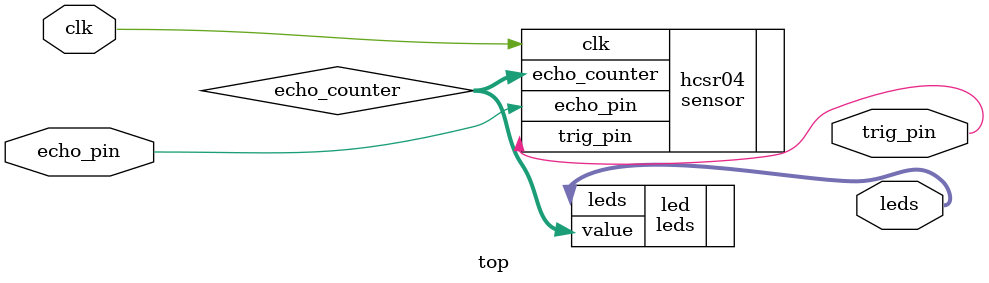
<source format=v>
module top(
input clk,
input echo_pin,
//output reg [SIZE-1:0] echo_counter, 	// declaracion del echo counter a partir de LIM 
output  trig_pin,
output  [2:0] leds
);

wire  [23:0] echo_counter;

sensor hcsr04 (
.clk(clk),
.echo_pin(echo_pin),
.echo_counter(echo_counter),
.trig_pin(trig_pin)
);

leds led (
.value(echo_counter),
.leds(leds)
);

endmodule

</source>
